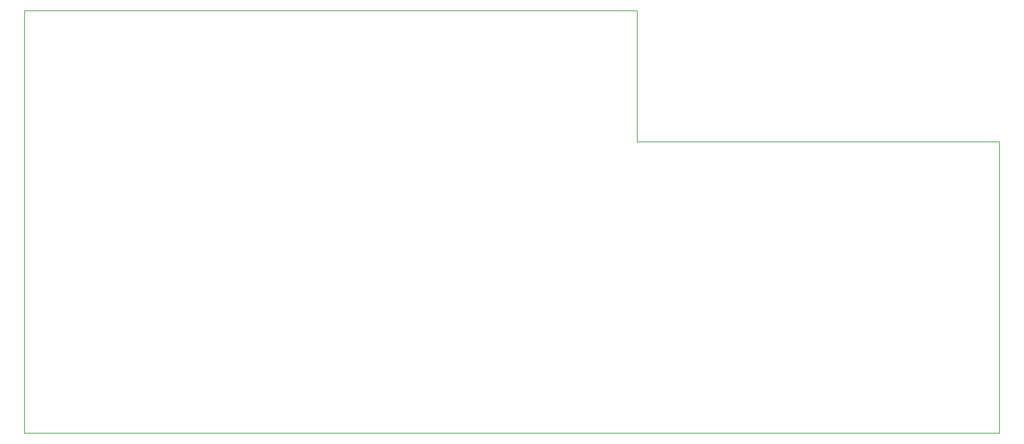
<source format=gbr>
%TF.GenerationSoftware,KiCad,Pcbnew,8.0.2*%
%TF.CreationDate,2024-06-03T01:18:47-04:00*%
%TF.ProjectId,unisplitchoc,756e6973-706c-4697-9463-686f632e6b69,v1.0.0*%
%TF.SameCoordinates,Original*%
%TF.FileFunction,Profile,NP*%
%FSLAX46Y46*%
G04 Gerber Fmt 4.6, Leading zero omitted, Abs format (unit mm)*
G04 Created by KiCad (PCBNEW 8.0.2) date 2024-06-03 01:18:47*
%MOMM*%
%LPD*%
G01*
G04 APERTURE LIST*
%TA.AperFunction,Profile*%
%ADD10C,0.150000*%
%TD*%
G04 APERTURE END LIST*
D10*
X340000000Y-212900000D02*
X88000000Y-212900000D01*
X88000000Y-212900000D02*
X88000000Y-103500000D01*
X88000000Y-103500000D02*
X246400000Y-103500000D01*
X340000000Y-137500000D02*
X340000000Y-212900000D01*
X246400000Y-137500000D02*
X340000000Y-137500000D01*
X246400000Y-103500000D02*
X246400000Y-137500000D01*
M02*

</source>
